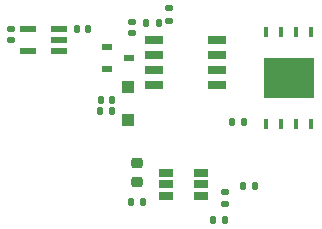
<source format=gbp>
%TF.GenerationSoftware,KiCad,Pcbnew,9.0.4*%
%TF.CreationDate,2026-02-10T01:37:08-05:00*%
%TF.ProjectId,WSG_2.0,5753475f-322e-4302-9e6b-696361645f70,rev?*%
%TF.SameCoordinates,Original*%
%TF.FileFunction,Paste,Bot*%
%TF.FilePolarity,Positive*%
%FSLAX46Y46*%
G04 Gerber Fmt 4.6, Leading zero omitted, Abs format (unit mm)*
G04 Created by KiCad (PCBNEW 9.0.4) date 2026-02-10 01:37:08*
%MOMM*%
%LPD*%
G01*
G04 APERTURE LIST*
G04 Aperture macros list*
%AMRoundRect*
0 Rectangle with rounded corners*
0 $1 Rounding radius*
0 $2 $3 $4 $5 $6 $7 $8 $9 X,Y pos of 4 corners*
0 Add a 4 corners polygon primitive as box body*
4,1,4,$2,$3,$4,$5,$6,$7,$8,$9,$2,$3,0*
0 Add four circle primitives for the rounded corners*
1,1,$1+$1,$2,$3*
1,1,$1+$1,$4,$5*
1,1,$1+$1,$6,$7*
1,1,$1+$1,$8,$9*
0 Add four rect primitives between the rounded corners*
20,1,$1+$1,$2,$3,$4,$5,0*
20,1,$1+$1,$4,$5,$6,$7,0*
20,1,$1+$1,$6,$7,$8,$9,0*
20,1,$1+$1,$8,$9,$2,$3,0*%
G04 Aperture macros list end*
%ADD10RoundRect,0.135000X-0.135000X-0.185000X0.135000X-0.185000X0.135000X0.185000X-0.135000X0.185000X0*%
%ADD11RoundRect,0.140000X-0.170000X0.140000X-0.170000X-0.140000X0.170000X-0.140000X0.170000X0.140000X0*%
%ADD12RoundRect,0.225000X-0.250000X0.225000X-0.250000X-0.225000X0.250000X-0.225000X0.250000X0.225000X0*%
%ADD13RoundRect,0.135000X0.185000X-0.135000X0.185000X0.135000X-0.185000X0.135000X-0.185000X-0.135000X0*%
%ADD14RoundRect,0.147500X-0.147500X-0.172500X0.147500X-0.172500X0.147500X0.172500X-0.147500X0.172500X0*%
%ADD15R,1.320800X0.508000*%
%ADD16RoundRect,0.250000X-0.300000X0.300000X-0.300000X-0.300000X0.300000X-0.300000X0.300000X0.300000X0*%
%ADD17R,1.200000X0.650001*%
%ADD18RoundRect,0.135000X0.135000X0.185000X-0.135000X0.185000X-0.135000X-0.185000X0.135000X-0.185000X0*%
%ADD19RoundRect,0.140000X-0.140000X-0.170000X0.140000X-0.170000X0.140000X0.170000X-0.140000X0.170000X0*%
%ADD20R,1.500000X0.650000*%
%ADD21R,0.450000X0.950000*%
%ADD22R,4.350000X3.450000*%
%ADD23R,0.965200X0.508000*%
%ADD24RoundRect,0.140000X0.140000X0.170000X-0.140000X0.170000X-0.140000X-0.170000X0.140000X-0.170000X0*%
G04 APERTURE END LIST*
D10*
%TO.C,R25*%
X121840000Y-84190000D03*
X122860000Y-84190000D03*
%TD*%
D11*
%TO.C,C30*%
X120650000Y-84130000D03*
X120650000Y-85090000D03*
%TD*%
D12*
%TO.C,C2*%
X121000000Y-96085001D03*
X121000000Y-97635001D03*
%TD*%
D13*
%TO.C,R4*%
X128500000Y-99510000D03*
X128500000Y-98490000D03*
%TD*%
D14*
%TO.C,D1*%
X127515000Y-100860001D03*
X128485000Y-100860001D03*
%TD*%
D15*
%TO.C,IC3*%
X114425400Y-84669999D03*
X114425400Y-85620000D03*
X114425400Y-86570001D03*
X111834600Y-86570001D03*
X111834600Y-84669999D03*
%TD*%
D11*
%TO.C,C28*%
X110400000Y-84710000D03*
X110400000Y-85670000D03*
%TD*%
D16*
%TO.C,D2*%
X120250000Y-89580000D03*
X120250000Y-92380000D03*
%TD*%
D17*
%TO.C,U1*%
X126475001Y-96910000D03*
X126475001Y-97860001D03*
X126475001Y-98809999D03*
X123525002Y-98809999D03*
X123525002Y-97860001D03*
X123525002Y-96910000D03*
%TD*%
D18*
%TO.C,R3*%
X121510000Y-99360001D03*
X120490000Y-99360001D03*
%TD*%
D19*
%TO.C,C29*%
X115940000Y-84710000D03*
X116900000Y-84710000D03*
%TD*%
D13*
%TO.C,R45*%
X123760000Y-83990000D03*
X123760000Y-82970000D03*
%TD*%
D20*
%TO.C,IC8*%
X122442800Y-89464999D03*
X122442800Y-88194999D03*
X122442800Y-86924999D03*
X122442800Y-85654999D03*
X127842800Y-85654999D03*
X127842800Y-86924999D03*
X127842800Y-88194999D03*
X127842800Y-89464999D03*
%TD*%
D10*
%TO.C,R7*%
X129990000Y-98000000D03*
X131010000Y-98000000D03*
%TD*%
D18*
%TO.C,R6*%
X130120000Y-92580000D03*
X129100000Y-92580000D03*
%TD*%
D21*
%TO.C,IC1*%
X135792800Y-92729999D03*
X134522800Y-92729999D03*
X133252800Y-92729999D03*
X131982800Y-92729999D03*
X131982800Y-84929999D03*
X133252800Y-84929999D03*
X134522800Y-84929999D03*
X135792800Y-84929999D03*
D22*
X133887800Y-88829999D03*
%TD*%
D23*
%TO.C,MOSFET1*%
X118535600Y-88074999D03*
X118535600Y-86245001D03*
X120364400Y-87160000D03*
%TD*%
D24*
%TO.C,C13*%
X118910000Y-90690000D03*
X117950000Y-90690000D03*
%TD*%
%TO.C,C14*%
X118900000Y-91610000D03*
X117940000Y-91610000D03*
%TD*%
M02*

</source>
